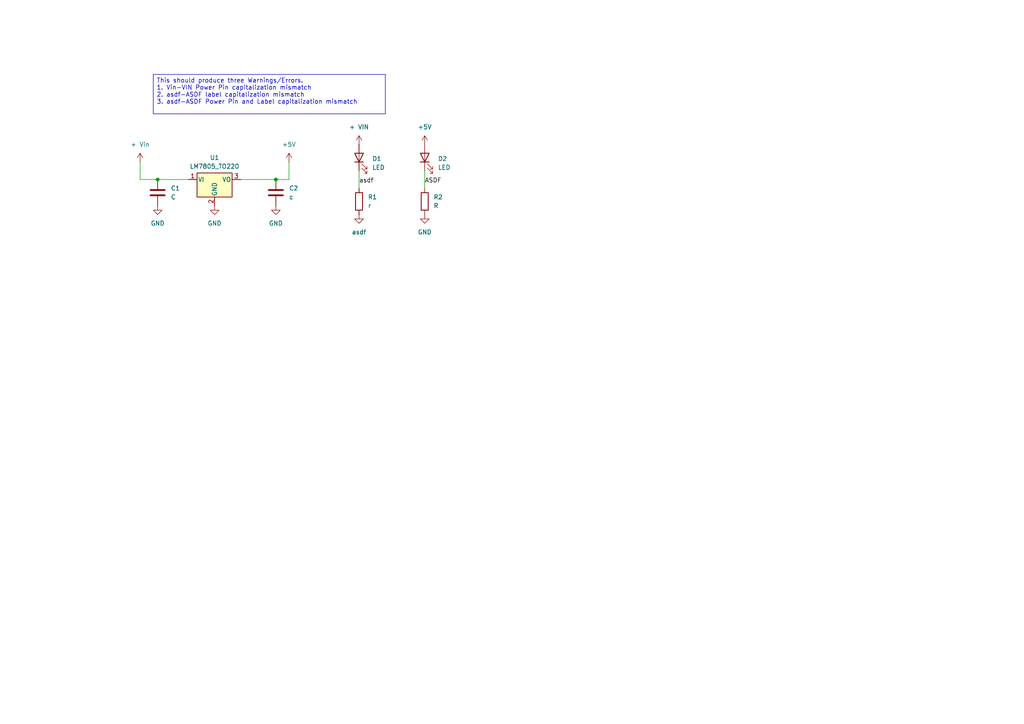
<source format=kicad_sch>
(kicad_sch (version 20240417) (generator "eeschema") (generator_version "8.99")
  (paper "A4")
  (lib_symbols
    (symbol "Device:C" (pin_numbers hide) (pin_names (offset 0.254))
      (symbol "C_0_1"
        (polyline (pts (xy -2.032 0.762) (xy 2.032 0.762)) (stroke (width 0.508)))
        (polyline (pts (xy -2.032 -0.762) (xy 2.032 -0.762)) (stroke (width 0.508)))
      )
      (symbol "C_1_1"
        (pin passive line (at 0 3.81 270) (length 2.794) (name "~") (number "1"))
        (pin passive line (at 0 -3.81 90) (length 2.794) (name "~") (number "2"))
      )
    )
    (symbol "Device:LED" (pin_numbers hide) (pin_names (offset 1.016) hide)
      (symbol "LED_0_1"
        (polyline (pts (xy -3.048 -0.762) (xy -4.572 -2.286) (xy -3.81 -2.286) (xy -4.572 -2.286) (xy -4.572 -1.524)))
        (polyline (pts (xy -1.778 -0.762) (xy -3.302 -2.286) (xy -2.54 -2.286) (xy -3.302 -2.286) (xy -3.302 -1.524)))
        (polyline (pts (xy -1.27 0) (xy 1.27 0)))
        (polyline (pts (xy -1.27 -1.27) (xy -1.27 1.27)) (stroke (width 0.254)))
        (polyline (pts (xy 1.27 -1.27) (xy 1.27 1.27) (xy -1.27 0) (xy 1.27 -1.27)) (stroke (width 0.254)))
      )
      (symbol "LED_1_1"
        (pin passive line (at -3.81 0 0) (length 2.54) (name "K") (number "1"))
        (pin passive line (at 3.81 0 180) (length 2.54) (name "A") (number "2"))
      )
    )
    (symbol "Device:R" (pin_numbers hide) (pin_names (offset 0))
      (symbol "R_0_1"
        (rectangle (start -1.016 -2.54) (end 1.016 2.54) (stroke (width 0.254)))
      )
      (symbol "R_1_1"
        (pin passive line (at 0 3.81 270) (length 1.27) (name "~") (number "1"))
        (pin passive line (at 0 -3.81 90) (length 1.27) (name "~") (number "2"))
      )
    )
    (symbol "Regulator_Linear:LM7805_TO220" (pin_names (offset 0.254))
      (symbol "LM7805_TO220_0_1"
        (rectangle (start -5.08 1.905) (end 5.08 -5.08) (stroke (width 0.254)) (fill (type background)))
      )
      (symbol "LM7805_TO220_1_1"
        (pin power_in line (at -7.62 0 0) (length 2.54) (name "VI") (number "1"))
        (pin power_in line (at 0 -7.62 90) (length 2.54) (name "GND") (number "2"))
        (pin power_out line (at 7.62 0 180) (length 2.54) (name "VO") (number "3"))
      )
    )
    (symbol "power:+5V" (power) (pin_numbers hide) (pin_names (offset 0) hide)
      (symbol "+5V_0_1"
        (polyline (pts (xy -0.762 1.27) (xy 0 2.54)))
        (polyline (pts (xy 0 2.54) (xy 0.762 1.27)))
        (polyline (pts (xy 0 0) (xy 0 2.54)))
      )
      (symbol "+5V_1_1"
        (pin power_in line (at 0 0 90) (length 0) (name "~") (number "1"))
      )
    )
    (symbol "power:GND" (power) (pin_numbers hide) (pin_names (offset 0) hide)
      (symbol "GND_0_1"
        (polyline (pts (xy 0 0) (xy 0 -1.27) (xy 1.27 -1.27) (xy 0 -2.54) (xy -1.27 -1.27) (xy 0 -1.27)))
      )
      (symbol "GND_1_1"
        (pin power_in line (at 0 0 270) (length 0) (name "~") (number "1"))
      )
    )
  )
  (text_box "This should produce three Warnings/Errors.\n1. Vin-VIN Power Pin capitalization mismatch\n2. asdf-ASDF label capitalization mismatch\n3. asdf-ASDF Power Pin and Label capitalization mismatch" (at 44.45 21.59 0) (size 67.31 11.43) (margins 0.9525 0.9525 0.9525 0.9525) (effects (font (size 1.27 1.27)) (justify left top)))
  (junction (at 80.01 52.07))
  (junction (at 45.72 52.07))
  (wire (pts (xy 83.82 46.99) (xy 83.82 52.07)))
  (wire (pts (xy 54.61 52.07) (xy 45.72 52.07)))
  (wire (pts (xy 123.19 49.53) (xy 123.19 54.61)))
  (wire (pts (xy 69.85 52.07) (xy 80.01 52.07)))
  (wire (pts (xy 45.72 52.07) (xy 40.64 52.07)))
  (wire (pts (xy 83.82 52.07) (xy 80.01 52.07)))
  (wire (pts (xy 40.64 46.99) (xy 40.64 52.07)))
  (wire (pts (xy 104.14 49.53) (xy 104.14 54.61)))
  (label "asdf" (at 104.14 53.34 0))
  (label "ASDF" (at 123.19 53.34 0))
  (symbol (lib_id "Device:R") (at 104.14 58.42 0) (unit 1)
    (property "Reference" "R1" (at 106.68 57.1499 0) (effects (justify left)))
    (property "Value" "r" (at 106.68 59.6899 0) (effects (justify left)))
    (property "Description" "Resistor" (effects (hide yes)))
  )
  (symbol (lib_id "power:GND") (at 104.14 62.23 0) (unit 1)
    (property "Reference" "#PWR04" (effects (hide yes)))
    (property "Value" "asdf" (at 104.14 67.31 0))
    (property "Description" "Power symbol creates a global label with name \"GND\" , ground" (effects (hide yes)))
  )
  (symbol (lib_id "Device:C") (at 45.72 55.88 0) (unit 1)
    (property "Reference" "C1" (at 49.53 54.6099 0) (effects (justify left)))
    (property "Value" "C" (at 49.53 57.1499 0) (effects (justify left)))
    (property "Description" "Unpolarized capacitor" (effects (hide yes)))
  )
  (symbol (lib_id "Device:C") (at 80.01 55.88 0) (unit 1) (exclude_from_sim yes) (in_bom no) (on_board no)
    (property "Reference" "C2" (at 83.82 54.6099 0) (effects (justify left)))
    (property "Value" "c" (at 83.82 57.1499 0) (effects (justify left)))
    (property "Description" "Unpolarized capacitor" (effects (hide yes)))
  )
  (symbol (lib_id "power:+5V") (at 40.64 46.99 0) (unit 1)
    (property "Reference" "#PWR09" (effects (hide yes)))
    (property "Value" "+ Vin" (at 40.64 41.91 0))
    (property "Description" "Power symbol creates a global label with name \"+5V\"" (effects (hide yes)))
  )
  (symbol (lib_id "power:+5V") (at 123.19 41.91 0) (unit 1)
    (property "Reference" "#PWR07" (effects (hide yes)))
    (property "Value" "+5V" (at 123.19 36.83 0))
    (property "Description" "Power symbol creates a global label with name \"+5V\"" (effects (hide yes)))
  )
  (symbol (lib_id "power:+5V") (at 83.82 46.99 0) (unit 1)
    (property "Reference" "#PWR01" (effects (hide yes)))
    (property "Value" "+5V" (at 83.82 41.91 0))
    (property "Description" "Power symbol creates a global label with name \"+5V\"" (effects (hide yes)))
  )
  (symbol (lib_id "Device:LED") (at 104.14 45.72 90) (unit 1)
    (property "Reference" "D1" (at 107.95 46.0374 90) (effects (justify right)))
    (property "Value" "LED" (at 107.95 48.5774 90) (effects (justify right)))
    (property "Description" "Light emitting diode" (effects (hide yes)))
  )
  (symbol (lib_id "Regulator_Linear:LM7805_TO220") (at 62.23 52.07 0) (unit 1)
    (property "Reference" "U1" (at 62.23 45.72 0))
    (property "Value" "LM7805_TO220" (at 62.23 48.26 0))
    (property "Footprint" "Package_TO_SOT_THT:TO-220-3_Vertical" (effects (hide yes)))
    (property "Datasheet" "https://www.onsemi.cn/PowerSolutions/document/MC7800-D.PDF" (effects (hide yes)))
    (property "Description" "Positive 1A 35V Linear Regulator, Fixed Output 5V, TO-220" (effects (hide yes)))
  )
  (symbol (lib_id "power:+5V") (at 104.14 41.91 0) (unit 1)
    (property "Reference" "#PWR06" (effects (hide yes)))
    (property "Value" "+ VIN" (at 104.14 36.83 0))
    (property "Description" "Power symbol creates a global label with name \"+5V\"" (effects (hide yes)))
  )
  (symbol (lib_id "power:GND") (at 123.19 62.23 0) (unit 1)
    (property "Reference" "#PWR08" (effects (hide yes)))
    (property "Value" "GND" (at 123.19 67.31 0))
    (property "Description" "Power symbol creates a global label with name \"GND\" , ground" (effects (hide yes)))
  )
  (symbol (lib_id "Device:LED") (at 123.19 45.72 90) (unit 1)
    (property "Reference" "D2" (at 127 46.0374 90) (effects (justify right)))
    (property "Value" "LED" (at 127 48.5774 90) (effects (justify right)))
    (property "Description" "Light emitting diode" (effects (hide yes)))
  )
  (symbol (lib_id "power:GND") (at 80.01 59.69 0) (unit 1)
    (property "Reference" "#PWR03" (effects (hide yes)))
    (property "Value" "GND" (at 80.01 64.77 0))
    (property "Description" "Power symbol creates a global label with name \"GND\" , ground" (effects (hide yes)))
  )
  (symbol (lib_id "power:GND") (at 62.23 59.69 0) (unit 1)
    (property "Reference" "#PWR02" (effects (hide yes)))
    (property "Value" "GND" (at 62.23 64.77 0))
    (property "Description" "Power symbol creates a global label with name \"GND\" , ground" (effects (hide yes)))
  )
  (symbol (lib_id "Device:R") (at 123.19 58.42 0) (unit 1)
    (property "Reference" "R2" (at 125.73 57.1499 0) (effects (justify left)))
    (property "Value" "R" (at 125.73 59.6899 0) (effects (justify left)))
    (property "Description" "Resistor" (effects (hide yes)))
  )
  (symbol (lib_id "power:GND") (at 45.72 59.69 0) (unit 1)
    (property "Reference" "#PWR05" (effects (hide yes)))
    (property "Value" "GND" (at 45.72 64.77 0))
    (property "Description" "Power symbol creates a global label with name \"GND\" , ground" (effects (hide yes)))
  )
)
</source>
